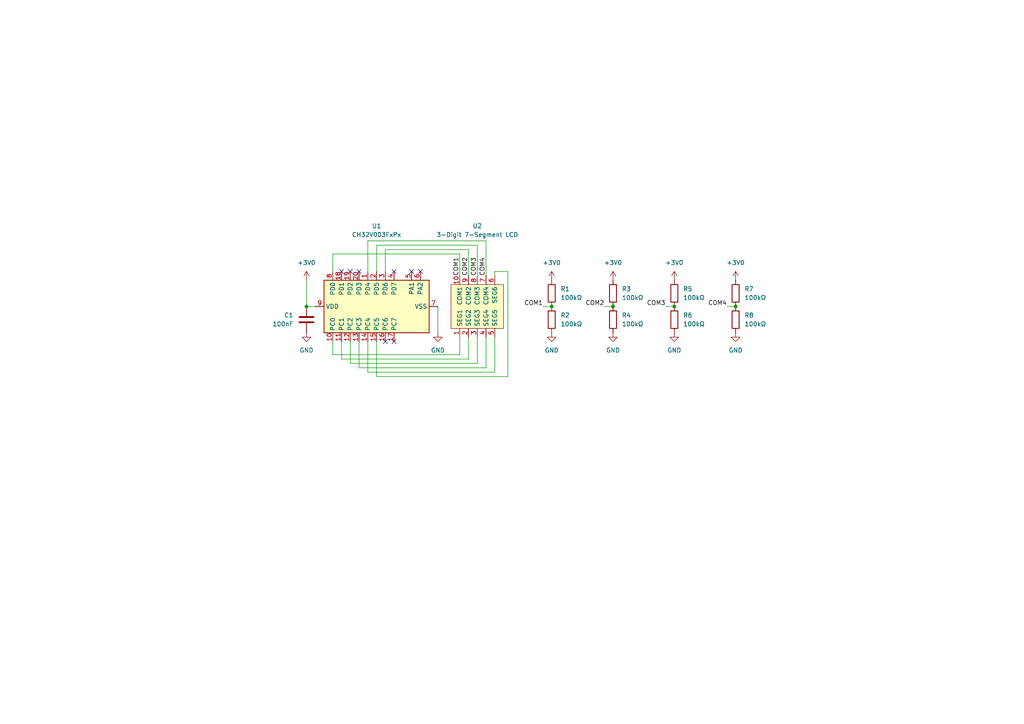
<source format=kicad_sch>
(kicad_sch (version 20250114) (generator "eeschema") (generator_version "9.0")
  (paper "A4")
  (lib_symbols
    (symbol "Device:C" (pin_numbers (hide yes)) (pin_names (offset 0.254))
      (property "Reference" "C" (at 0.635 2.54 0))
      (property "Value" "C" (at 0.635 -2.54 0))
      (symbol "C_0_1"
        (polyline (pts (xy -2.032 0.762) (xy 2.032 0.762)) (stroke (width 0.508)))
        (polyline (pts (xy -2.032 -0.762) (xy 2.032 -0.762)) (stroke (width 0.508)))
      )
      (symbol "C_1_1"
        (pin passive line (at 0 3.81 270) (length 2.794) (name "~") (number "1"))
        (pin passive line (at 0 -3.81 90) (length 2.794) (name "~") (number "2"))
      )
    )
    (symbol "Device:R" (pin_numbers (hide yes)) (pin_names (offset 0))
      (property "Reference" "R" (at 2.032 0 90))
      (property "Value" "R" (at 0 0 90))
      (symbol "R_0_1"
        (rectangle (start -1.016 -2.54) (end 1.016 2.54) (stroke (width 0.254)))
      )
      (symbol "R_1_1"
        (pin passive line (at 0 3.81 270) (length 1.27) (name "~") (number "1"))
        (pin passive line (at 0 -3.81 90) (length 1.27) (name "~") (number "2"))
      )
    )
    (symbol "Display_Graphic:3-Digit_7-Segment_LCD"
      (property "Reference" "U" (at 0 13.208 0))
      (property "Value" "3-Digit 7-Segment LCD" (at 0 15.24 0))
      (symbol "3-Digit_7-Segment_LCD_1_1"
        (rectangle (start -7.62 6.35) (end 7.62 -6.35) (fill (type background)))
        (pin input line (at -5.08 8.89 270) (length 2.54) (name "COM1") (number "10"))
        (pin input line (at -5.08 -8.89 90) (length 2.54) (name "SEG1") (number "1"))
        (pin input line (at -2.54 8.89 270) (length 2.54) (name "COM2") (number "9"))
        (pin input line (at -2.54 -8.89 90) (length 2.54) (name "SEG2") (number "2"))
        (pin input line (at 0 8.89 270) (length 2.54) (name "COM3") (number "8"))
        (pin input line (at 0 -8.89 90) (length 2.54) (name "SEG3") (number "3"))
        (pin input line (at 2.54 8.89 270) (length 2.54) (name "COM4") (number "7"))
        (pin input line (at 2.54 -8.89 90) (length 2.54) (name "SEG4") (number "4"))
        (pin input line (at 5.08 8.89 270) (length 2.54) (name "SEG6") (number "6"))
        (pin input line (at 5.08 -8.89 90) (length 2.54) (name "SEG5") (number "5"))
      )
    )
    (symbol "MCU_WCH_CH32V0:CH32V003FxPx"
      (property "Reference" "U" (at -7.62 17.78 0))
      (property "Value" "CH32V003FxPx" (at 7.62 17.78 0))
      (symbol "CH32V003FxPx_1_1"
        (rectangle (start -7.62 15.24) (end 7.62 -15.24) (stroke (width 0.254)) (fill (type background)))
        (pin bidirectional line (at -10.16 12.7 0) (length 2.54) (name "PC0") (number "10"))
        (pin bidirectional line (at -10.16 10.16 0) (length 2.54) (name "PC1") (number "11"))
        (pin bidirectional line (at -10.16 7.62 0) (length 2.54) (name "PC2") (number "12"))
        (pin bidirectional line (at -10.16 5.08 0) (length 2.54) (name "PC3") (number "13"))
        (pin bidirectional line (at -10.16 2.54 0) (length 2.54) (name "PC4") (number "14"))
        (pin bidirectional line (at -10.16 0 0) (length 2.54) (name "PC5") (number "15"))
        (pin bidirectional line (at -10.16 -2.54 0) (length 2.54) (name "PC6") (number "16"))
        (pin bidirectional line (at -10.16 -5.08 0) (length 2.54) (name "PC7") (number "17"))
        (pin power_in line (at 0 17.78 270) (length 2.54) (name "VDD") (number "9"))
        (pin power_in line (at 0 -17.78 90) (length 2.54) (name "VSS") (number "7"))
        (pin bidirectional line (at 10.16 12.7 180) (length 2.54) (name "PD0") (number "8"))
        (pin bidirectional line (at 10.16 10.16 180) (length 2.54) (name "PD1") (number "18"))
        (pin bidirectional line (at 10.16 7.62 180) (length 2.54) (name "PD2") (number "19"))
        (pin bidirectional line (at 10.16 5.08 180) (length 2.54) (name "PD3") (number "20"))
        (pin bidirectional line (at 10.16 2.54 180) (length 2.54) (name "PD4") (number "1"))
        (pin bidirectional line (at 10.16 0 180) (length 2.54) (name "PD5") (number "2"))
        (pin bidirectional line (at 10.16 -2.54 180) (length 2.54) (name "PD6") (number "3"))
        (pin bidirectional line (at 10.16 -5.08 180) (length 2.54) (name "PD7") (number "4"))
        (pin bidirectional line (at 10.16 -10.16 180) (length 2.54) (name "PA1") (number "5"))
        (pin bidirectional line (at 10.16 -12.7 180) (length 2.54) (name "PA2") (number "6"))
      )
    )
    (symbol "power:+3V0" (power) (pin_numbers (hide yes)) (pin_names (offset 0) (hide yes))
      (property "Value" "+3V0" (at 0 3.556 0))
      (symbol "+3V0_0_1"
        (polyline (pts (xy -0.762 1.27) (xy 0 2.54)))
        (polyline (pts (xy 0 2.54) (xy 0.762 1.27)))
        (polyline (pts (xy 0 0) (xy 0 2.54)))
      )
      (symbol "+3V0_1_1"
        (pin power_in line (at 0 0 90) (length 0) (name "~") (number "1"))
      )
    )
    (symbol "power:GND" (power) (pin_numbers (hide yes)) (pin_names (offset 0) (hide yes))
      (property "Value" "GND" (at 0 -3.81 0))
      (symbol "GND_0_1"
        (polyline (pts (xy 0 0) (xy 0 -1.27) (xy 1.27 -1.27) (xy 0 -2.54) (xy -1.27 -1.27) (xy 0 -1.27)))
      )
      (symbol "GND_1_1"
        (pin power_in line (at 0 0 270) (length 0) (name "~") (number "1"))
      )
    )
  )
  (junction (at 213.36 88.9))
  (junction (at 195.58 88.9))
  (junction (at 160.02 88.9))
  (junction (at 88.9 88.9))
  (junction (at 177.8 88.9))
  (no_connect (at 114.3 99.06))
  (no_connect (at 121.92 78.74))
  (no_connect (at 104.14 78.74))
  (no_connect (at 99.06 78.74))
  (no_connect (at 101.6 78.74))
  (no_connect (at 114.3 78.74))
  (no_connect (at 111.76 99.06))
  (no_connect (at 119.38 78.74))
  (wire (pts (xy 138.43 97.79) (xy 138.43 105.41)))
  (wire (pts (xy 135.89 80.01) (xy 135.89 72.39)))
  (wire (pts (xy 96.52 102.87) (xy 96.52 99.06)))
  (wire (pts (xy 106.68 69.85) (xy 106.68 78.74)))
  (wire (pts (xy 143.51 78.74) (xy 143.51 80.01)))
  (wire (pts (xy 147.32 78.74) (xy 143.51 78.74)))
  (wire (pts (xy 101.6 105.41) (xy 101.6 99.06)))
  (wire (pts (xy 143.51 97.79) (xy 143.51 107.95)))
  (wire (pts (xy 157.48 88.9) (xy 160.02 88.9)))
  (wire (pts (xy 109.22 71.12) (xy 109.22 78.74)))
  (wire (pts (xy 133.35 102.87) (xy 96.52 102.87)))
  (wire (pts (xy 88.9 88.9) (xy 88.9 81.28)))
  (wire (pts (xy 135.89 72.39) (xy 111.76 72.39)))
  (wire (pts (xy 88.9 88.9) (xy 91.44 88.9)))
  (wire (pts (xy 138.43 71.12) (xy 109.22 71.12)))
  (wire (pts (xy 111.76 72.39) (xy 111.76 78.74)))
  (wire (pts (xy 135.89 97.79) (xy 135.89 104.14)))
  (wire (pts (xy 143.51 107.95) (xy 106.68 107.95)))
  (wire (pts (xy 133.35 73.66) (xy 96.52 73.66)))
  (wire (pts (xy 140.97 69.85) (xy 106.68 69.85)))
  (wire (pts (xy 109.22 99.06) (xy 109.22 109.22)))
  (wire (pts (xy 140.97 80.01) (xy 140.97 69.85)))
  (wire (pts (xy 104.14 99.06) (xy 104.14 106.68)))
  (wire (pts (xy 138.43 105.41) (xy 101.6 105.41)))
  (wire (pts (xy 133.35 97.79) (xy 133.35 102.87)))
  (wire (pts (xy 193.04 88.9) (xy 195.58 88.9)))
  (wire (pts (xy 106.68 107.95) (xy 106.68 99.06)))
  (wire (pts (xy 109.22 109.22) (xy 147.32 109.22)))
  (wire (pts (xy 99.06 104.14) (xy 99.06 99.06)))
  (wire (pts (xy 210.82 88.9) (xy 213.36 88.9)))
  (wire (pts (xy 135.89 104.14) (xy 99.06 104.14)))
  (wire (pts (xy 127 96.52) (xy 127 88.9)))
  (wire (pts (xy 96.52 73.66) (xy 96.52 78.74)))
  (wire (pts (xy 175.26 88.9) (xy 177.8 88.9)))
  (wire (pts (xy 147.32 109.22) (xy 147.32 78.74)))
  (wire (pts (xy 140.97 106.68) (xy 104.14 106.68)))
  (wire (pts (xy 133.35 80.01) (xy 133.35 73.66)))
  (wire (pts (xy 140.97 97.79) (xy 140.97 106.68)))
  (wire (pts (xy 138.43 80.01) (xy 138.43 71.12)))
  (label "COM4" (at 140.97 80.01 90))
  (label "COM1" (at 157.48 88.9 180))
  (label "COM3" (at 193.04 88.9 180))
  (label "COM2" (at 135.89 80.01 90))
  (label "COM2" (at 175.26 88.9 180))
  (label "COM4" (at 210.82 88.9 180))
  (label "COM1" (at 133.35 80.01 90))
  (label "COM3" (at 138.43 80.01 90))
  (symbol (lib_id "power:GND") (at 127 96.52 0) (unit 1)
    (property "Reference" "#PWR01" (effects (hide yes)))
    (property "Value" "GND" (at 127 101.6 0))
    (property "Description" "Power symbol creates a global label with name \"GND\" , ground" (effects (hide yes)))
  )
  (symbol (lib_id "Device:R") (at 213.36 92.71 0) (unit 1)
    (property "Reference" "R8" (at 215.9 91.4399 0) (effects (justify left)))
    (property "Value" "100kΩ" (at 215.9 93.9799 0) (effects (justify left)))
    (property "Description" "Resistor" (effects (hide yes)))
  )
  (symbol (lib_id "Device:R") (at 195.58 92.71 0) (unit 1)
    (property "Reference" "R6" (at 198.12 91.4399 0) (effects (justify left)))
    (property "Value" "100kΩ" (at 198.12 93.9799 0) (effects (justify left)))
    (property "Description" "Resistor" (effects (hide yes)))
  )
  (symbol (lib_id "power:+3V0") (at 213.36 81.28 0) (unit 1)
    (property "Reference" "#PWR010" (effects (hide yes)))
    (property "Value" "+3V0" (at 213.36 76.2 0))
    (property "Description" "Power symbol creates a global label with name \"+3V0\"" (effects (hide yes)))
  )
  (symbol (lib_id "Device:R") (at 213.36 85.09 0) (unit 1)
    (property "Reference" "R7" (at 215.9 83.8199 0) (effects (justify left)))
    (property "Value" "100kΩ" (at 215.9 86.3599 0) (effects (justify left)))
    (property "Description" "Resistor" (effects (hide yes)))
  )
  (symbol (lib_id "Display_Graphic:3-Digit_7-Segment_LCD") (at 138.43 88.9 0) (unit 1)
    (property "Reference" "U2" (at 138.43 65.532 0))
    (property "Value" "3-Digit 7-Segment LCD" (at 138.43 68.072 0))
  )
  (symbol (lib_id "Device:R") (at 160.02 92.71 0) (unit 1)
    (property "Reference" "R2" (at 162.56 91.4399 0) (effects (justify left)))
    (property "Value" "100kΩ" (at 162.56 93.9799 0) (effects (justify left)))
    (property "Description" "Resistor" (effects (hide yes)))
  )
  (symbol (lib_id "Device:R") (at 160.02 85.09 0) (unit 1)
    (property "Reference" "R1" (at 162.56 83.8199 0) (effects (justify left)))
    (property "Value" "100kΩ" (at 162.56 86.3599 0) (effects (justify left)))
    (property "Description" "Resistor" (effects (hide yes)))
  )
  (symbol (lib_id "Device:R") (at 195.58 85.09 0) (unit 1)
    (property "Reference" "R5" (at 198.12 83.8199 0) (effects (justify left)))
    (property "Value" "100kΩ" (at 198.12 86.3599 0) (effects (justify left)))
    (property "Description" "Resistor" (effects (hide yes)))
  )
  (symbol (lib_id "power:GND") (at 160.02 96.52 0) (unit 1)
    (property "Reference" "#PWR05" (effects (hide yes)))
    (property "Value" "GND" (at 160.02 101.6 0))
    (property "Description" "Power symbol creates a global label with name \"GND\" , ground" (effects (hide yes)))
  )
  (symbol (lib_id "power:GND") (at 177.8 96.52 0) (unit 1)
    (property "Reference" "#PWR07" (effects (hide yes)))
    (property "Value" "GND" (at 177.8 101.6 0))
    (property "Description" "Power symbol creates a global label with name \"GND\" , ground" (effects (hide yes)))
  )
  (symbol (lib_id "power:GND") (at 213.36 96.52 0) (unit 1)
    (property "Reference" "#PWR011" (effects (hide yes)))
    (property "Value" "GND" (at 213.36 101.6 0))
    (property "Description" "Power symbol creates a global label with name \"GND\" , ground" (effects (hide yes)))
  )
  (symbol (lib_id "Device:R") (at 177.8 85.09 0) (unit 1)
    (property "Reference" "R3" (at 180.34 83.8199 0) (effects (justify left)))
    (property "Value" "100kΩ" (at 180.34 86.3599 0) (effects (justify left)))
    (property "Description" "Resistor" (effects (hide yes)))
  )
  (symbol (lib_id "power:+3V0") (at 160.02 81.28 0) (unit 1)
    (property "Reference" "#PWR04" (effects (hide yes)))
    (property "Value" "+3V0" (at 160.02 76.2 0))
    (property "Description" "Power symbol creates a global label with name \"+3V0\"" (effects (hide yes)))
  )
  (symbol (lib_id "Device:R") (at 177.8 92.71 0) (unit 1)
    (property "Reference" "R4" (at 180.34 91.4399 0) (effects (justify left)))
    (property "Value" "100kΩ" (at 180.34 93.9799 0) (effects (justify left)))
    (property "Description" "Resistor" (effects (hide yes)))
  )
  (symbol (lib_id "Device:C") (at 88.9 92.71 0) (unit 1)
    (property "Reference" "C1" (at 85.09 91.4399 0) (effects (justify right)))
    (property "Value" "100nF" (at 85.09 93.9799 0) (effects (justify right)))
    (property "Description" "Unpolarized capacitor" (effects (hide yes)))
  )
  (symbol (lib_id "power:+3V0") (at 195.58 81.28 0) (unit 1)
    (property "Reference" "#PWR08" (effects (hide yes)))
    (property "Value" "+3V0" (at 195.58 76.2 0))
    (property "Description" "Power symbol creates a global label with name \"+3V0\"" (effects (hide yes)))
  )
  (symbol (lib_id "power:+3V0") (at 177.8 81.28 0) (unit 1)
    (property "Reference" "#PWR06" (effects (hide yes)))
    (property "Value" "+3V0" (at 177.8 76.2 0))
    (property "Description" "Power symbol creates a global label with name \"+3V0\"" (effects (hide yes)))
  )
  (symbol (lib_id "MCU_WCH_CH32V0:CH32V003FxPx") (at 109.22 88.9 90) (unit 1)
    (property "Reference" "U1" (at 109.22 65.532 90))
    (property "Value" "CH32V003FxPx" (at 109.22 68.072 90))
    (property "Footprint" "Package_SO:TSSOP-20_4.4x6.5mm_P0.65mm" (effects (hide yes)))
    (property "Datasheet" "https://www.wch-ic.com/products/CH32V003.html" (effects (hide yes)))
    (property "Description" "CH32V003 series are industrial-grade general-purpose microcontrollers designed based on 32-bit RISC-V instruction set and architecture. It adopts QingKe V2A core, RV32EC instruction set, and supports 2 levels of interrupt nesting. The series are mounted with rich peripheral interfaces and function modules. Its internal organizational structure meets the low-cost and low-power embedded application scenarios." (effects (hide yes)))
  )
  (symbol (lib_id "power:GND") (at 195.58 96.52 0) (unit 1)
    (property "Reference" "#PWR09" (effects (hide yes)))
    (property "Value" "GND" (at 195.58 101.6 0))
    (property "Description" "Power symbol creates a global label with name \"GND\" , ground" (effects (hide yes)))
  )
  (symbol (lib_id "power:+3V0") (at 88.9 81.28 0) (unit 1)
    (property "Reference" "#PWR02" (effects (hide yes)))
    (property "Value" "+3V0" (at 88.9 76.2 0))
    (property "Description" "Power symbol creates a global label with name \"+3V0\"" (effects (hide yes)))
  )
  (symbol (lib_id "power:GND") (at 88.9 96.52 0) (unit 1)
    (property "Reference" "#PWR03" (effects (hide yes)))
    (property "Value" "GND" (at 88.9 101.6 0))
    (property "Description" "Power symbol creates a global label with name \"GND\" , ground" (effects (hide yes)))
  )
)
</source>
